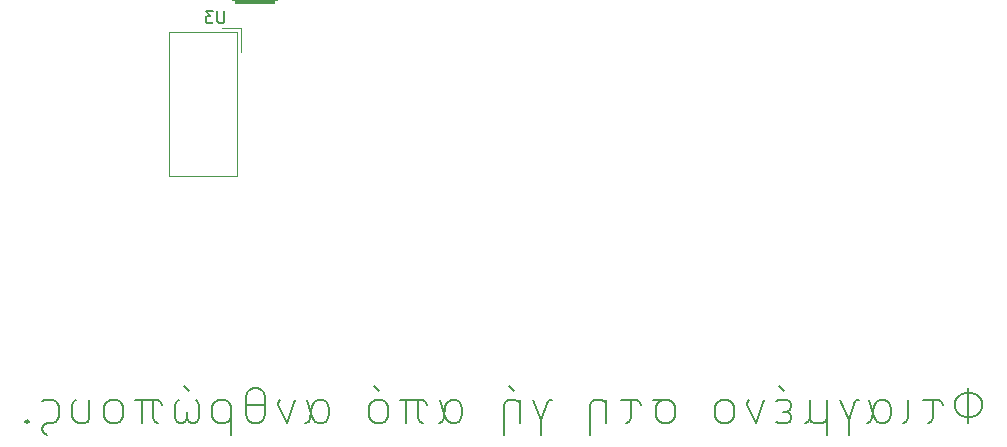
<source format=gbo>
%TF.GenerationSoftware,KiCad,Pcbnew,7.0.2*%
%TF.CreationDate,2023-08-02T19:16:16+03:00*%
%TF.ProjectId,picoballoon,7069636f-6261-46c6-9c6f-6f6e2e6b6963,rev?*%
%TF.SameCoordinates,Original*%
%TF.FileFunction,Legend,Bot*%
%TF.FilePolarity,Positive*%
%FSLAX46Y46*%
G04 Gerber Fmt 4.6, Leading zero omitted, Abs format (unit mm)*
G04 Created by KiCad (PCBNEW 7.0.2) date 2023-08-02 19:16:16*
%MOMM*%
%LPD*%
G01*
G04 APERTURE LIST*
G04 Aperture macros list*
%AMRoundRect*
0 Rectangle with rounded corners*
0 $1 Rounding radius*
0 $2 $3 $4 $5 $6 $7 $8 $9 X,Y pos of 4 corners*
0 Add a 4 corners polygon primitive as box body*
4,1,4,$2,$3,$4,$5,$6,$7,$8,$9,$2,$3,0*
0 Add four circle primitives for the rounded corners*
1,1,$1+$1,$2,$3*
1,1,$1+$1,$4,$5*
1,1,$1+$1,$6,$7*
1,1,$1+$1,$8,$9*
0 Add four rect primitives between the rounded corners*
20,1,$1+$1,$2,$3,$4,$5,0*
20,1,$1+$1,$4,$5,$6,$7,0*
20,1,$1+$1,$6,$7,$8,$9,0*
20,1,$1+$1,$8,$9,$2,$3,0*%
%AMHorizOval*
0 Thick line with rounded ends*
0 $1 width*
0 $2 $3 position (X,Y) of the first rounded end (center of the circle)*
0 $4 $5 position (X,Y) of the second rounded end (center of the circle)*
0 Add line between two ends*
20,1,$1,$2,$3,$4,$5,0*
0 Add two circle primitives to create the rounded ends*
1,1,$1,$2,$3*
1,1,$1,$4,$5*%
%AMRotRect*
0 Rectangle, with rotation*
0 The origin of the aperture is its center*
0 $1 length*
0 $2 width*
0 $3 Rotation angle, in degrees counterclockwise*
0 Add horizontal line*
21,1,$1,$2,0,0,$3*%
G04 Aperture macros list end*
%ADD10C,0.200000*%
%ADD11C,0.150000*%
%ADD12C,0.120000*%
%ADD13RoundRect,0.250002X-1.699998X-1.699998X1.699998X-1.699998X1.699998X1.699998X-1.699998X1.699998X0*%
%ADD14C,1.600000*%
%ADD15C,1.400000*%
%ADD16O,1.400000X1.400000*%
%ADD17R,1.000000X1.000000*%
%ADD18O,1.000000X1.000000*%
%ADD19RotRect,1.700000X1.700000X34.000000*%
%ADD20HorizOval,1.700000X0.000000X0.000000X0.000000X0.000000X0*%
%ADD21RotRect,1.700000X1.700000X225.000000*%
%ADD22HorizOval,1.700000X0.000000X0.000000X0.000000X0.000000X0*%
%ADD23O,0.800000X0.800000*%
%ADD24O,1.450000X2.000000*%
%ADD25O,1.150000X1.800000*%
%ADD26R,1.800000X1.800000*%
%ADD27C,1.800000*%
%ADD28RotRect,1.700000X1.700000X135.000000*%
%ADD29HorizOval,1.700000X0.000000X0.000000X0.000000X0.000000X0*%
%ADD30R,2.400000X2.400000*%
%ADD31C,2.400000*%
%ADD32C,5.300000*%
%ADD33HorizOval,1.400000X0.000000X0.000000X0.000000X0.000000X0*%
%ADD34C,1.500000*%
%ADD35RotRect,1.000000X1.000000X45.000000*%
%ADD36HorizOval,1.000000X0.000000X0.000000X0.000000X0.000000X0*%
%ADD37R,1.500000X1.500000*%
G04 APERTURE END LIST*
D10*
X182832571Y-95898857D02*
X182832571Y-92898857D01*
X183118285Y-93327428D02*
X182546857Y-93327428D01*
X182546857Y-93327428D02*
X182118285Y-93470285D01*
X182118285Y-93470285D02*
X181832571Y-93756000D01*
X181832571Y-93756000D02*
X181689714Y-94041714D01*
X181689714Y-94041714D02*
X181689714Y-94613142D01*
X181689714Y-94613142D02*
X181832571Y-94898857D01*
X181832571Y-94898857D02*
X182118285Y-95184571D01*
X182118285Y-95184571D02*
X182546857Y-95327428D01*
X182546857Y-95327428D02*
X183118285Y-95327428D01*
X183118285Y-95327428D02*
X183546857Y-95184571D01*
X183546857Y-95184571D02*
X183832571Y-94898857D01*
X183832571Y-94898857D02*
X183975428Y-94613142D01*
X183975428Y-94613142D02*
X183975428Y-94041714D01*
X183975428Y-94041714D02*
X183832571Y-93756000D01*
X183832571Y-93756000D02*
X183546857Y-93470285D01*
X183546857Y-93470285D02*
X183118285Y-93327428D01*
X180689714Y-94327428D02*
X180546857Y-94041714D01*
X180546857Y-94041714D02*
X180261143Y-93898857D01*
X180261143Y-93898857D02*
X178975428Y-93898857D01*
X179832571Y-93898857D02*
X179832571Y-95470285D01*
X179832571Y-95470285D02*
X179689714Y-95756000D01*
X179689714Y-95756000D02*
X179404000Y-95898857D01*
X177689714Y-93898857D02*
X177689714Y-95470285D01*
X177689714Y-95470285D02*
X177546857Y-95756000D01*
X177546857Y-95756000D02*
X177261142Y-95898857D01*
X174403999Y-93898857D02*
X174832571Y-95327428D01*
X174832571Y-95327428D02*
X174975428Y-95613142D01*
X174975428Y-95613142D02*
X175118285Y-95756000D01*
X175118285Y-95756000D02*
X175403999Y-95898857D01*
X175403999Y-95898857D02*
X175689713Y-95898857D01*
X175689713Y-95898857D02*
X175975428Y-95756000D01*
X175975428Y-95756000D02*
X176118285Y-95613142D01*
X176118285Y-95613142D02*
X176261142Y-95184571D01*
X176261142Y-95184571D02*
X176261142Y-94613142D01*
X176261142Y-94613142D02*
X176118285Y-94184571D01*
X176118285Y-94184571D02*
X175975428Y-94041714D01*
X175975428Y-94041714D02*
X175689713Y-93898857D01*
X175689713Y-93898857D02*
X175403999Y-93898857D01*
X175403999Y-93898857D02*
X175118285Y-94041714D01*
X175118285Y-94041714D02*
X174975428Y-94184571D01*
X174975428Y-94184571D02*
X174832571Y-94470285D01*
X174832571Y-94470285D02*
X174689713Y-95470285D01*
X174689713Y-95470285D02*
X174546856Y-95756000D01*
X174546856Y-95756000D02*
X174261142Y-95898857D01*
X172689713Y-95613142D02*
X172689713Y-96898857D01*
X173546856Y-93898857D02*
X173403999Y-93898857D01*
X173403999Y-93898857D02*
X173261142Y-94041714D01*
X173261142Y-94041714D02*
X172689713Y-95613142D01*
X172689713Y-95613142D02*
X171975428Y-93898857D01*
X170832571Y-93898857D02*
X170832571Y-96898857D01*
X169403999Y-95470285D02*
X169261142Y-95756000D01*
X169261142Y-95756000D02*
X168975428Y-95898857D01*
X170832571Y-95470285D02*
X170689714Y-95756000D01*
X170689714Y-95756000D02*
X170403999Y-95898857D01*
X170403999Y-95898857D02*
X169832571Y-95898857D01*
X169832571Y-95898857D02*
X169546857Y-95756000D01*
X169546857Y-95756000D02*
X169403999Y-95470285D01*
X169403999Y-95470285D02*
X169403999Y-93898857D01*
X167404000Y-94898857D02*
X167689714Y-95041714D01*
X167689714Y-95041714D02*
X167832571Y-95327428D01*
X167832571Y-95327428D02*
X167832571Y-95470285D01*
X167832571Y-95470285D02*
X167689714Y-95756000D01*
X167689714Y-95756000D02*
X167404000Y-95898857D01*
X167404000Y-95898857D02*
X166832571Y-95898857D01*
X166832571Y-95898857D02*
X166546857Y-95756000D01*
X167118285Y-94898857D02*
X167404000Y-94898857D01*
X167404000Y-94898857D02*
X167689714Y-94756000D01*
X167689714Y-94756000D02*
X167832571Y-94470285D01*
X167832571Y-94470285D02*
X167832571Y-94327428D01*
X167832571Y-94327428D02*
X167689714Y-94041714D01*
X167689714Y-94041714D02*
X167404000Y-93898857D01*
X167404000Y-93898857D02*
X166832571Y-93898857D01*
X166832571Y-93898857D02*
X166546857Y-94041714D01*
X166832571Y-92756000D02*
X167261142Y-93184571D01*
X165546857Y-93898857D02*
X164832571Y-95898857D01*
X164832571Y-95898857D02*
X164118286Y-94327428D01*
X164118286Y-94327428D02*
X164118286Y-94184571D01*
X164118286Y-94184571D02*
X164261143Y-93898857D01*
X162404000Y-95898857D02*
X162689715Y-95756000D01*
X162689715Y-95756000D02*
X162832572Y-95613142D01*
X162832572Y-95613142D02*
X162975429Y-95327428D01*
X162975429Y-95327428D02*
X162975429Y-94470285D01*
X162975429Y-94470285D02*
X162832572Y-94184571D01*
X162832572Y-94184571D02*
X162689715Y-94041714D01*
X162689715Y-94041714D02*
X162404000Y-93898857D01*
X162404000Y-93898857D02*
X161975429Y-93898857D01*
X161975429Y-93898857D02*
X161689715Y-94041714D01*
X161689715Y-94041714D02*
X161546858Y-94184571D01*
X161546858Y-94184571D02*
X161404000Y-94470285D01*
X161404000Y-94470285D02*
X161404000Y-95327428D01*
X161404000Y-95327428D02*
X161546858Y-95613142D01*
X161546858Y-95613142D02*
X161689715Y-95756000D01*
X161689715Y-95756000D02*
X161975429Y-95898857D01*
X161975429Y-95898857D02*
X162404000Y-95898857D01*
X156118286Y-93898857D02*
X157404000Y-93898857D01*
X157404000Y-93898857D02*
X157689715Y-94041714D01*
X157689715Y-94041714D02*
X157832572Y-94184571D01*
X157832572Y-94184571D02*
X157975429Y-94470285D01*
X157975429Y-94470285D02*
X157975429Y-95327428D01*
X157975429Y-95327428D02*
X157832572Y-95613142D01*
X157832572Y-95613142D02*
X157689715Y-95756000D01*
X157689715Y-95756000D02*
X157404000Y-95898857D01*
X157404000Y-95898857D02*
X156975429Y-95898857D01*
X156975429Y-95898857D02*
X156689715Y-95756000D01*
X156689715Y-95756000D02*
X156546858Y-95613142D01*
X156546858Y-95613142D02*
X156404000Y-95327428D01*
X156404000Y-95327428D02*
X156404000Y-94470285D01*
X156404000Y-94470285D02*
X156546858Y-94184571D01*
X156546858Y-94184571D02*
X156689715Y-94041714D01*
X156689715Y-94041714D02*
X156975429Y-93898857D01*
X155118286Y-94327428D02*
X154975429Y-94041714D01*
X154975429Y-94041714D02*
X154689715Y-93898857D01*
X154689715Y-93898857D02*
X153404000Y-93898857D01*
X154261143Y-93898857D02*
X154261143Y-95470285D01*
X154261143Y-95470285D02*
X154118286Y-95756000D01*
X154118286Y-95756000D02*
X153832572Y-95898857D01*
X152118286Y-93898857D02*
X152118286Y-95898857D01*
X152118286Y-94184571D02*
X151975429Y-94041714D01*
X151975429Y-94041714D02*
X151689714Y-93898857D01*
X151689714Y-93898857D02*
X151261143Y-93898857D01*
X151261143Y-93898857D02*
X150975429Y-94041714D01*
X150975429Y-94041714D02*
X150832572Y-94327428D01*
X150832572Y-94327428D02*
X150832572Y-96898857D01*
X146689714Y-95613142D02*
X146689714Y-96898857D01*
X147546857Y-93898857D02*
X147404000Y-93898857D01*
X147404000Y-93898857D02*
X147261143Y-94041714D01*
X147261143Y-94041714D02*
X146689714Y-95613142D01*
X146689714Y-95613142D02*
X145975429Y-93898857D01*
X144832572Y-93898857D02*
X144832572Y-95898857D01*
X144832572Y-94184571D02*
X144689715Y-94041714D01*
X144689715Y-94041714D02*
X144404000Y-93898857D01*
X144404000Y-93898857D02*
X143975429Y-93898857D01*
X143975429Y-93898857D02*
X143689715Y-94041714D01*
X143689715Y-94041714D02*
X143546858Y-94327428D01*
X143546858Y-94327428D02*
X143546858Y-96898857D01*
X143975429Y-92756000D02*
X144404000Y-93184571D01*
X138118286Y-93898857D02*
X138546858Y-95327428D01*
X138546858Y-95327428D02*
X138689715Y-95613142D01*
X138689715Y-95613142D02*
X138832572Y-95756000D01*
X138832572Y-95756000D02*
X139118286Y-95898857D01*
X139118286Y-95898857D02*
X139404000Y-95898857D01*
X139404000Y-95898857D02*
X139689715Y-95756000D01*
X139689715Y-95756000D02*
X139832572Y-95613142D01*
X139832572Y-95613142D02*
X139975429Y-95184571D01*
X139975429Y-95184571D02*
X139975429Y-94613142D01*
X139975429Y-94613142D02*
X139832572Y-94184571D01*
X139832572Y-94184571D02*
X139689715Y-94041714D01*
X139689715Y-94041714D02*
X139404000Y-93898857D01*
X139404000Y-93898857D02*
X139118286Y-93898857D01*
X139118286Y-93898857D02*
X138832572Y-94041714D01*
X138832572Y-94041714D02*
X138689715Y-94184571D01*
X138689715Y-94184571D02*
X138546858Y-94470285D01*
X138546858Y-94470285D02*
X138404000Y-95470285D01*
X138404000Y-95470285D02*
X138261143Y-95756000D01*
X138261143Y-95756000D02*
X137975429Y-95898857D01*
X135261143Y-93898857D02*
X135261143Y-95898857D01*
X136261143Y-93898857D02*
X136261143Y-95470285D01*
X136261143Y-95470285D02*
X136404000Y-95756000D01*
X136404000Y-95756000D02*
X136689715Y-95898857D01*
X134689715Y-93898857D02*
X136546858Y-93898857D01*
X136546858Y-93898857D02*
X136832572Y-94041714D01*
X136832572Y-94041714D02*
X136975429Y-94327428D01*
X133118286Y-95898857D02*
X133404001Y-95756000D01*
X133404001Y-95756000D02*
X133546858Y-95613142D01*
X133546858Y-95613142D02*
X133689715Y-95327428D01*
X133689715Y-95327428D02*
X133689715Y-94470285D01*
X133689715Y-94470285D02*
X133546858Y-94184571D01*
X133546858Y-94184571D02*
X133404001Y-94041714D01*
X133404001Y-94041714D02*
X133118286Y-93898857D01*
X133118286Y-93898857D02*
X132689715Y-93898857D01*
X132689715Y-93898857D02*
X132404001Y-94041714D01*
X132404001Y-94041714D02*
X132261144Y-94184571D01*
X132261144Y-94184571D02*
X132118286Y-94470285D01*
X132118286Y-94470285D02*
X132118286Y-95327428D01*
X132118286Y-95327428D02*
X132261144Y-95613142D01*
X132261144Y-95613142D02*
X132404001Y-95756000D01*
X132404001Y-95756000D02*
X132689715Y-95898857D01*
X132689715Y-95898857D02*
X133118286Y-95898857D01*
X132546858Y-92756000D02*
X132975429Y-93184571D01*
X126832572Y-93898857D02*
X127261144Y-95327428D01*
X127261144Y-95327428D02*
X127404001Y-95613142D01*
X127404001Y-95613142D02*
X127546858Y-95756000D01*
X127546858Y-95756000D02*
X127832572Y-95898857D01*
X127832572Y-95898857D02*
X128118286Y-95898857D01*
X128118286Y-95898857D02*
X128404001Y-95756000D01*
X128404001Y-95756000D02*
X128546858Y-95613142D01*
X128546858Y-95613142D02*
X128689715Y-95184571D01*
X128689715Y-95184571D02*
X128689715Y-94613142D01*
X128689715Y-94613142D02*
X128546858Y-94184571D01*
X128546858Y-94184571D02*
X128404001Y-94041714D01*
X128404001Y-94041714D02*
X128118286Y-93898857D01*
X128118286Y-93898857D02*
X127832572Y-93898857D01*
X127832572Y-93898857D02*
X127546858Y-94041714D01*
X127546858Y-94041714D02*
X127404001Y-94184571D01*
X127404001Y-94184571D02*
X127261144Y-94470285D01*
X127261144Y-94470285D02*
X127118286Y-95470285D01*
X127118286Y-95470285D02*
X126975429Y-95756000D01*
X126975429Y-95756000D02*
X126689715Y-95898857D01*
X125832572Y-93898857D02*
X125118286Y-95898857D01*
X125118286Y-95898857D02*
X124404001Y-94327428D01*
X124404001Y-94327428D02*
X124404001Y-94184571D01*
X124404001Y-94184571D02*
X124546858Y-93898857D01*
X123261144Y-94327428D02*
X121689715Y-94327428D01*
X122689715Y-92898857D02*
X122261144Y-92898857D01*
X122261144Y-92898857D02*
X121975430Y-93041714D01*
X121975430Y-93041714D02*
X121832573Y-93184571D01*
X121832573Y-93184571D02*
X121689715Y-93613142D01*
X121689715Y-93613142D02*
X121689715Y-95184571D01*
X121689715Y-95184571D02*
X121832573Y-95613142D01*
X121832573Y-95613142D02*
X121975430Y-95756000D01*
X121975430Y-95756000D02*
X122261144Y-95898857D01*
X122261144Y-95898857D02*
X122689715Y-95898857D01*
X122689715Y-95898857D02*
X122975430Y-95756000D01*
X122975430Y-95756000D02*
X123118287Y-95613142D01*
X123118287Y-95613142D02*
X123261144Y-95184571D01*
X123261144Y-95184571D02*
X123261144Y-93613142D01*
X123261144Y-93613142D02*
X123118287Y-93184571D01*
X123118287Y-93184571D02*
X122975430Y-93041714D01*
X122975430Y-93041714D02*
X122689715Y-92898857D01*
X120404001Y-96898857D02*
X120404001Y-94470285D01*
X120404001Y-94470285D02*
X120261144Y-94184571D01*
X120261144Y-94184571D02*
X120118287Y-94041714D01*
X120118287Y-94041714D02*
X119832572Y-93898857D01*
X119832572Y-93898857D02*
X119404001Y-93898857D01*
X119404001Y-93898857D02*
X119118287Y-94041714D01*
X119118287Y-94041714D02*
X118975429Y-94184571D01*
X118975429Y-94184571D02*
X118832572Y-94470285D01*
X118832572Y-94470285D02*
X118832572Y-95327428D01*
X118832572Y-95327428D02*
X118975429Y-95613142D01*
X118975429Y-95613142D02*
X119118287Y-95756000D01*
X119118287Y-95756000D02*
X119404001Y-95898857D01*
X119404001Y-95898857D02*
X119832572Y-95898857D01*
X119832572Y-95898857D02*
X120118287Y-95756000D01*
X120118287Y-95756000D02*
X120404001Y-95470285D01*
X116689715Y-94898857D02*
X116689715Y-95470285D01*
X117404001Y-93898857D02*
X117546858Y-94041714D01*
X117546858Y-94041714D02*
X117689715Y-94327428D01*
X117689715Y-94327428D02*
X117689715Y-95470285D01*
X117689715Y-95470285D02*
X117546858Y-95756000D01*
X117546858Y-95756000D02*
X117261144Y-95898857D01*
X117261144Y-95898857D02*
X117118286Y-95898857D01*
X117118286Y-95898857D02*
X116832572Y-95756000D01*
X116832572Y-95756000D02*
X116689715Y-95470285D01*
X116689715Y-95470285D02*
X116546858Y-95756000D01*
X116546858Y-95756000D02*
X116261144Y-95898857D01*
X116261144Y-95898857D02*
X116118286Y-95898857D01*
X116118286Y-95898857D02*
X115832572Y-95756000D01*
X115832572Y-95756000D02*
X115689715Y-95470285D01*
X115689715Y-95470285D02*
X115689715Y-94327428D01*
X115689715Y-94327428D02*
X115832572Y-94041714D01*
X115832572Y-94041714D02*
X115975429Y-93898857D01*
X116404001Y-92756000D02*
X116832572Y-93184571D01*
X112832572Y-93898857D02*
X112832572Y-95898857D01*
X113832572Y-93898857D02*
X113832572Y-95470285D01*
X113832572Y-95470285D02*
X113975429Y-95756000D01*
X113975429Y-95756000D02*
X114261144Y-95898857D01*
X112261144Y-93898857D02*
X114118287Y-93898857D01*
X114118287Y-93898857D02*
X114404001Y-94041714D01*
X114404001Y-94041714D02*
X114546858Y-94327428D01*
X110689715Y-95898857D02*
X110975430Y-95756000D01*
X110975430Y-95756000D02*
X111118287Y-95613142D01*
X111118287Y-95613142D02*
X111261144Y-95327428D01*
X111261144Y-95327428D02*
X111261144Y-94470285D01*
X111261144Y-94470285D02*
X111118287Y-94184571D01*
X111118287Y-94184571D02*
X110975430Y-94041714D01*
X110975430Y-94041714D02*
X110689715Y-93898857D01*
X110689715Y-93898857D02*
X110261144Y-93898857D01*
X110261144Y-93898857D02*
X109975430Y-94041714D01*
X109975430Y-94041714D02*
X109832573Y-94184571D01*
X109832573Y-94184571D02*
X109689715Y-94470285D01*
X109689715Y-94470285D02*
X109689715Y-95327428D01*
X109689715Y-95327428D02*
X109832573Y-95613142D01*
X109832573Y-95613142D02*
X109975430Y-95756000D01*
X109975430Y-95756000D02*
X110261144Y-95898857D01*
X110261144Y-95898857D02*
X110689715Y-95898857D01*
X108404001Y-93898857D02*
X108404001Y-95470285D01*
X108404001Y-95470285D02*
X108261144Y-95756000D01*
X108261144Y-95756000D02*
X107975429Y-95898857D01*
X107975429Y-95898857D02*
X107546858Y-95898857D01*
X107546858Y-95898857D02*
X107261144Y-95756000D01*
X107261144Y-95756000D02*
X107118287Y-95613142D01*
X107118287Y-95613142D02*
X106975429Y-95327428D01*
X106975429Y-95327428D02*
X106975429Y-94327428D01*
X106975429Y-94327428D02*
X107118287Y-94041714D01*
X107118287Y-94041714D02*
X107261144Y-93898857D01*
X104404001Y-94041714D02*
X104689715Y-93898857D01*
X104689715Y-93898857D02*
X105261143Y-93898857D01*
X105261143Y-93898857D02*
X105546858Y-94041714D01*
X105546858Y-94041714D02*
X105689715Y-94184571D01*
X105689715Y-94184571D02*
X105832572Y-94470285D01*
X105832572Y-94470285D02*
X105832572Y-95327428D01*
X105832572Y-95327428D02*
X105689715Y-95613142D01*
X105689715Y-95613142D02*
X105546858Y-95756000D01*
X105546858Y-95756000D02*
X105261143Y-95898857D01*
X105261143Y-95898857D02*
X104832572Y-95898857D01*
X104832572Y-95898857D02*
X104546858Y-96041714D01*
X104546858Y-96041714D02*
X104404001Y-96327428D01*
X104404001Y-96327428D02*
X104404001Y-96470285D01*
X104404001Y-96470285D02*
X104546858Y-96756000D01*
X104546858Y-96756000D02*
X104832572Y-96898857D01*
X103118286Y-95613142D02*
X102975429Y-95756000D01*
X102975429Y-95756000D02*
X103118286Y-95898857D01*
X103118286Y-95898857D02*
X103261143Y-95756000D01*
X103261143Y-95756000D02*
X103118286Y-95613142D01*
X103118286Y-95613142D02*
X103118286Y-95898857D01*
D11*
%TO.C,U3*%
X119825204Y-61007919D02*
X119825204Y-61817442D01*
X119825204Y-61817442D02*
X119777585Y-61912680D01*
X119777585Y-61912680D02*
X119729966Y-61960300D01*
X119729966Y-61960300D02*
X119634728Y-62007919D01*
X119634728Y-62007919D02*
X119444252Y-62007919D01*
X119444252Y-62007919D02*
X119349014Y-61960300D01*
X119349014Y-61960300D02*
X119301395Y-61912680D01*
X119301395Y-61912680D02*
X119253776Y-61817442D01*
X119253776Y-61817442D02*
X119253776Y-61007919D01*
X118872823Y-61007919D02*
X118253776Y-61007919D01*
X118253776Y-61007919D02*
X118587109Y-61388871D01*
X118587109Y-61388871D02*
X118444252Y-61388871D01*
X118444252Y-61388871D02*
X118349014Y-61436490D01*
X118349014Y-61436490D02*
X118301395Y-61484109D01*
X118301395Y-61484109D02*
X118253776Y-61579347D01*
X118253776Y-61579347D02*
X118253776Y-61817442D01*
X118253776Y-61817442D02*
X118301395Y-61912680D01*
X118301395Y-61912680D02*
X118349014Y-61960300D01*
X118349014Y-61960300D02*
X118444252Y-62007919D01*
X118444252Y-62007919D02*
X118729966Y-62007919D01*
X118729966Y-62007919D02*
X118825204Y-61960300D01*
X118825204Y-61960300D02*
X118872823Y-61912680D01*
D12*
X121223300Y-62445300D02*
X121223300Y-64445300D01*
X121223300Y-62445300D02*
X119613300Y-62445300D01*
X120943300Y-74985300D02*
X120943300Y-62735300D01*
X120933300Y-62725300D02*
X115193300Y-62725300D01*
X115183300Y-74985300D02*
X120943300Y-74985300D01*
X115183300Y-62725300D02*
X115183300Y-74985300D01*
%TD*%
%LPC*%
D13*
%TO.C,J1*%
X122428000Y-51435000D03*
%TD*%
D14*
%TO.C,C14*%
X159004000Y-56912000D03*
X159004000Y-58912000D03*
%TD*%
D15*
%TO.C,R19*%
X155930600Y-83743800D03*
D16*
X158470600Y-83743800D03*
%TD*%
D17*
%TO.C,SWD1*%
X158851600Y-71820800D03*
D18*
X158851600Y-70550800D03*
%TD*%
D19*
%TO.C,MISC3*%
X181383450Y-69522245D03*
D20*
X182803800Y-71628000D03*
X184224150Y-73733756D03*
%TD*%
D15*
%TO.C,R2*%
X112750600Y-112343400D03*
D16*
X112750600Y-114883400D03*
%TD*%
D21*
%TO.C,MISC2*%
X158419800Y-65709800D03*
D22*
X156623749Y-63913749D03*
X154827698Y-62117698D03*
X153031646Y-60321646D03*
%TD*%
D13*
%TO.C,J2*%
X122428000Y-58420000D03*
%TD*%
D23*
%TO.C,J3*%
X173309200Y-47516400D03*
X168915000Y-47440200D03*
D24*
X174799000Y-48553600D03*
D25*
X173908000Y-45753600D03*
X168258000Y-45753600D03*
D24*
X167349000Y-48553600D03*
%TD*%
D26*
%TO.C,D5*%
X172807000Y-77190600D03*
D27*
X170267000Y-77190600D03*
%TD*%
D15*
%TO.C,R3*%
X120675400Y-112343400D03*
D16*
X120675400Y-114883400D03*
%TD*%
D28*
%TO.C,MISC1*%
X130307394Y-64078806D03*
D29*
X132103445Y-62282755D03*
X133899496Y-60486704D03*
X135695548Y-58690652D03*
%TD*%
D30*
%TO.C,C9*%
X113360200Y-88773000D03*
D31*
X113360200Y-83773000D03*
%TD*%
D32*
%TO.C,H2*%
X192049400Y-49885600D03*
%TD*%
D15*
%TO.C,R23*%
X107746000Y-73660000D03*
D16*
X110286000Y-73660000D03*
%TD*%
D32*
%TO.C,H3*%
X102717600Y-50825400D03*
%TD*%
D15*
%TO.C,R21*%
X167818730Y-110336671D03*
D33*
X169614781Y-108540620D03*
%TD*%
D15*
%TO.C,R11*%
X176992200Y-77343000D03*
D16*
X179532200Y-77343000D03*
%TD*%
D17*
%TO.C,UART2*%
X139003800Y-64033400D03*
D18*
X137733800Y-64033400D03*
%TD*%
D32*
%TO.C,H1*%
X102235000Y-114731800D03*
%TD*%
%TO.C,H4*%
X193167000Y-114858800D03*
%TD*%
D34*
%TO.C,Y1*%
X127680589Y-79649189D03*
X131131270Y-83099870D03*
%TD*%
D35*
%TO.C,UART1*%
X150543381Y-64132581D03*
D36*
X151441407Y-65030607D03*
%TD*%
D14*
%TO.C,C13*%
X147167600Y-55346600D03*
X147167600Y-57346600D03*
%TD*%
%TO.C,C3*%
X131191000Y-55388000D03*
X131191000Y-57388000D03*
%TD*%
D37*
%TO.C,U3*%
X118063300Y-65045300D03*
D34*
X118063300Y-67585300D03*
X118063300Y-70125300D03*
X118063300Y-72665300D03*
%TD*%
%LPD*%
M02*

</source>
